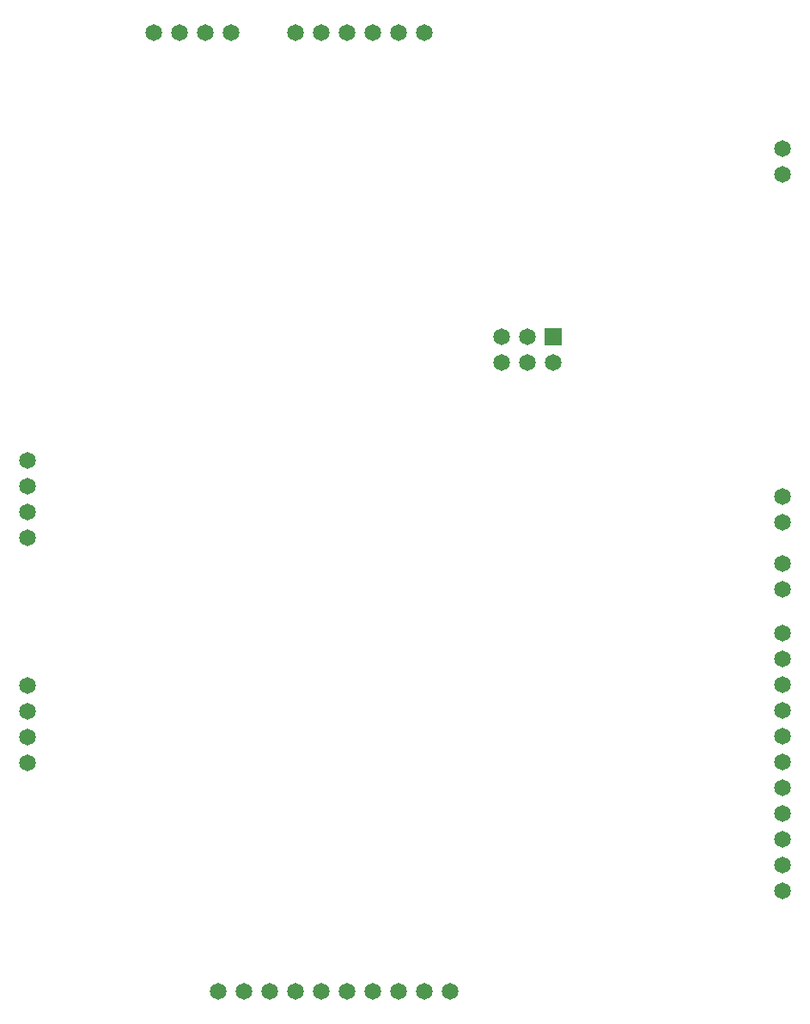
<source format=gbr>
%TF.GenerationSoftware,KiCad,Pcbnew,(5.1.9)-1*%
%TF.CreationDate,2021-03-24T10:42:52-04:00*%
%TF.ProjectId,dev_board,6465765f-626f-4617-9264-2e6b69636164,rev?*%
%TF.SameCoordinates,Original*%
%TF.FileFunction,Soldermask,Bot*%
%TF.FilePolarity,Negative*%
%FSLAX46Y46*%
G04 Gerber Fmt 4.6, Leading zero omitted, Abs format (unit mm)*
G04 Created by KiCad (PCBNEW (5.1.9)-1) date 2021-03-24 10:42:52*
%MOMM*%
%LPD*%
G01*
G04 APERTURE LIST*
%ADD10C,1.651000*%
%ADD11R,1.651000X1.651000*%
G04 APERTURE END LIST*
D10*
%TO.C,J2*%
X175768000Y-98552000D03*
X175768000Y-96012000D03*
%TD*%
%TO.C,J3*%
X175768000Y-102616000D03*
X175768000Y-105156000D03*
%TD*%
%TO.C,J4*%
X127762000Y-50292000D03*
X130302000Y-50292000D03*
X132842000Y-50292000D03*
X135382000Y-50292000D03*
X137922000Y-50292000D03*
X140462000Y-50292000D03*
%TD*%
%TO.C,J5*%
X120142000Y-144780000D03*
X122682000Y-144780000D03*
X125222000Y-144780000D03*
X127762000Y-144780000D03*
X130302000Y-144780000D03*
X132842000Y-144780000D03*
X135382000Y-144780000D03*
X137922000Y-144780000D03*
X140462000Y-144780000D03*
X143002000Y-144780000D03*
%TD*%
D11*
%TO.C,J6*%
X153162000Y-80264000D03*
D10*
X153162000Y-82804000D03*
X150622000Y-80264000D03*
X150622000Y-82804000D03*
X148082000Y-80264000D03*
X148082000Y-82804000D03*
%TD*%
%TO.C,J7*%
X121412000Y-50292000D03*
X118872000Y-50292000D03*
X116332000Y-50292000D03*
X113792000Y-50292000D03*
%TD*%
%TO.C,J8*%
X101346000Y-92456000D03*
X101346000Y-94996000D03*
X101346000Y-97536000D03*
X101346000Y-100076000D03*
%TD*%
%TO.C,J9*%
X101346000Y-114681000D03*
X101346000Y-117221000D03*
X101346000Y-119761000D03*
X101346000Y-122301000D03*
%TD*%
%TO.C,J10*%
X175768000Y-109474000D03*
X175768000Y-112014000D03*
X175768000Y-114554000D03*
X175768000Y-117094000D03*
X175768000Y-119634000D03*
X175768000Y-122174000D03*
X175768000Y-124714000D03*
X175768000Y-127254000D03*
X175768000Y-129794000D03*
X175768000Y-132334000D03*
X175768000Y-134874000D03*
%TD*%
%TO.C,J11*%
X175768000Y-64262000D03*
X175768000Y-61722000D03*
%TD*%
M02*

</source>
